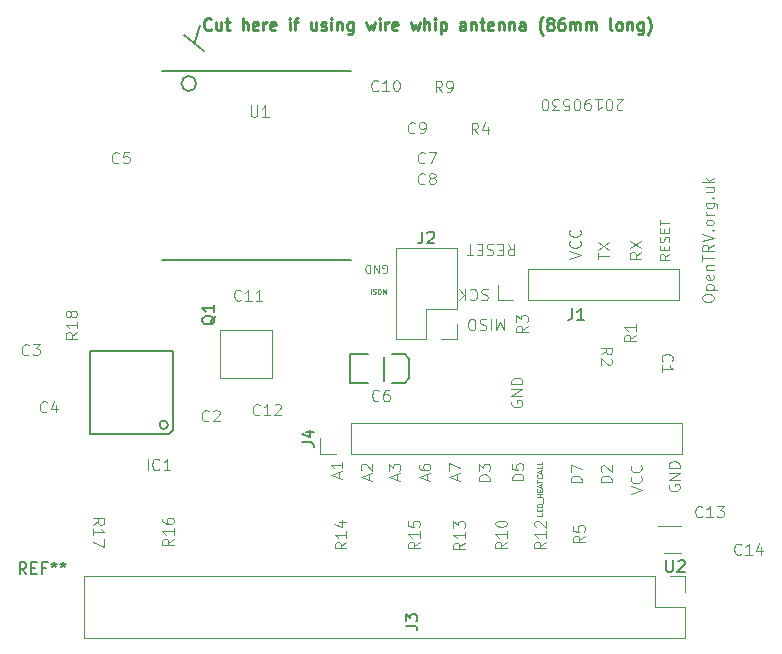
<source format=gbr>
G04 #@! TF.GenerationSoftware,KiCad,Pcbnew,5.0.0*
G04 #@! TF.CreationDate,2019-05-30T17:21:17+01:00*
G04 #@! TF.ProjectId,RRAT,525241542E6B696361645F7063620000,rev?*
G04 #@! TF.SameCoordinates,Original*
G04 #@! TF.FileFunction,Legend,Top*
G04 #@! TF.FilePolarity,Positive*
%FSLAX46Y46*%
G04 Gerber Fmt 4.6, Leading zero omitted, Abs format (unit mm)*
G04 Created by KiCad (PCBNEW 5.0.0) date Thu May 30 17:21:17 2019*
%MOMM*%
%LPD*%
G01*
G04 APERTURE LIST*
%ADD10C,0.080000*%
%ADD11C,0.150000*%
%ADD12C,0.250000*%
%ADD13C,0.120000*%
%ADD14C,0.152400*%
%ADD15C,0.203200*%
%ADD16C,0.127000*%
%ADD17C,0.076000*%
G04 APERTURE END LIST*
D10*
X140655931Y-116690729D02*
X140655931Y-116238348D01*
X140927359Y-116781205D02*
X139977359Y-116464538D01*
X140927359Y-116147872D01*
X140927359Y-115333586D02*
X140927359Y-115876443D01*
X140927359Y-115605014D02*
X139977359Y-115605014D01*
X140113074Y-115695491D01*
X140203550Y-115785967D01*
X140248788Y-115876443D01*
X157908571Y-119681219D02*
X157908571Y-119895505D01*
X157458571Y-119895505D01*
X157672857Y-119531219D02*
X157672857Y-119381219D01*
X157908571Y-119316934D02*
X157908571Y-119531219D01*
X157458571Y-119531219D01*
X157458571Y-119316934D01*
X157908571Y-119124076D02*
X157458571Y-119124076D01*
X157458571Y-119016934D01*
X157480000Y-118952648D01*
X157522857Y-118909791D01*
X157565714Y-118888362D01*
X157651428Y-118866934D01*
X157715714Y-118866934D01*
X157801428Y-118888362D01*
X157844285Y-118909791D01*
X157887142Y-118952648D01*
X157908571Y-119016934D01*
X157908571Y-119124076D01*
X157951428Y-118781219D02*
X157951428Y-118438362D01*
X157908571Y-118331219D02*
X157458571Y-118331219D01*
X157672857Y-118331219D02*
X157672857Y-118074076D01*
X157908571Y-118074076D02*
X157458571Y-118074076D01*
X157672857Y-117859791D02*
X157672857Y-117709791D01*
X157908571Y-117645505D02*
X157908571Y-117859791D01*
X157458571Y-117859791D01*
X157458571Y-117645505D01*
X157780000Y-117474076D02*
X157780000Y-117259791D01*
X157908571Y-117516934D02*
X157458571Y-117366934D01*
X157908571Y-117216934D01*
X157458571Y-117131219D02*
X157458571Y-116874076D01*
X157908571Y-117002648D02*
X157458571Y-117002648D01*
X157865714Y-116466934D02*
X157887142Y-116488362D01*
X157908571Y-116552648D01*
X157908571Y-116595505D01*
X157887142Y-116659791D01*
X157844285Y-116702648D01*
X157801428Y-116724076D01*
X157715714Y-116745505D01*
X157651428Y-116745505D01*
X157565714Y-116724076D01*
X157522857Y-116702648D01*
X157480000Y-116659791D01*
X157458571Y-116595505D01*
X157458571Y-116552648D01*
X157480000Y-116488362D01*
X157501428Y-116466934D01*
X157780000Y-116295505D02*
X157780000Y-116081219D01*
X157908571Y-116338362D02*
X157458571Y-116188362D01*
X157908571Y-116038362D01*
X157908571Y-115674076D02*
X157908571Y-115888362D01*
X157458571Y-115888362D01*
X157908571Y-115309791D02*
X157908571Y-115524076D01*
X157458571Y-115524076D01*
D11*
X128524000Y-79756000D02*
X128948198Y-78334134D01*
X129286000Y-80518000D02*
X127601998Y-79210434D01*
D12*
X129868064Y-78691276D02*
X129820445Y-78738895D01*
X129677588Y-78786514D01*
X129582350Y-78786514D01*
X129439493Y-78738895D01*
X129344255Y-78643657D01*
X129296636Y-78548419D01*
X129249017Y-78357943D01*
X129249017Y-78215086D01*
X129296636Y-78024610D01*
X129344255Y-77929372D01*
X129439493Y-77834134D01*
X129582350Y-77786514D01*
X129677588Y-77786514D01*
X129820445Y-77834134D01*
X129868064Y-77881753D01*
X130725207Y-78119848D02*
X130725207Y-78786514D01*
X130296636Y-78119848D02*
X130296636Y-78643657D01*
X130344255Y-78738895D01*
X130439493Y-78786514D01*
X130582350Y-78786514D01*
X130677588Y-78738895D01*
X130725207Y-78691276D01*
X131058540Y-78119848D02*
X131439493Y-78119848D01*
X131201398Y-77786514D02*
X131201398Y-78643657D01*
X131249017Y-78738895D01*
X131344255Y-78786514D01*
X131439493Y-78786514D01*
X132534731Y-78786514D02*
X132534731Y-77786514D01*
X132963302Y-78786514D02*
X132963302Y-78262705D01*
X132915683Y-78167467D01*
X132820445Y-78119848D01*
X132677588Y-78119848D01*
X132582350Y-78167467D01*
X132534731Y-78215086D01*
X133820445Y-78738895D02*
X133725207Y-78786514D01*
X133534731Y-78786514D01*
X133439493Y-78738895D01*
X133391874Y-78643657D01*
X133391874Y-78262705D01*
X133439493Y-78167467D01*
X133534731Y-78119848D01*
X133725207Y-78119848D01*
X133820445Y-78167467D01*
X133868064Y-78262705D01*
X133868064Y-78357943D01*
X133391874Y-78453181D01*
X134296636Y-78786514D02*
X134296636Y-78119848D01*
X134296636Y-78310324D02*
X134344255Y-78215086D01*
X134391874Y-78167467D01*
X134487112Y-78119848D01*
X134582350Y-78119848D01*
X135296636Y-78738895D02*
X135201398Y-78786514D01*
X135010921Y-78786514D01*
X134915683Y-78738895D01*
X134868064Y-78643657D01*
X134868064Y-78262705D01*
X134915683Y-78167467D01*
X135010921Y-78119848D01*
X135201398Y-78119848D01*
X135296636Y-78167467D01*
X135344255Y-78262705D01*
X135344255Y-78357943D01*
X134868064Y-78453181D01*
X136534731Y-78786514D02*
X136534731Y-78119848D01*
X136534731Y-77786514D02*
X136487112Y-77834134D01*
X136534731Y-77881753D01*
X136582350Y-77834134D01*
X136534731Y-77786514D01*
X136534731Y-77881753D01*
X136868064Y-78119848D02*
X137249017Y-78119848D01*
X137010921Y-78786514D02*
X137010921Y-77929372D01*
X137058540Y-77834134D01*
X137153778Y-77786514D01*
X137249017Y-77786514D01*
X138772826Y-78119848D02*
X138772826Y-78786514D01*
X138344255Y-78119848D02*
X138344255Y-78643657D01*
X138391874Y-78738895D01*
X138487112Y-78786514D01*
X138629969Y-78786514D01*
X138725207Y-78738895D01*
X138772826Y-78691276D01*
X139201398Y-78738895D02*
X139296636Y-78786514D01*
X139487112Y-78786514D01*
X139582350Y-78738895D01*
X139629969Y-78643657D01*
X139629969Y-78596038D01*
X139582350Y-78500800D01*
X139487112Y-78453181D01*
X139344255Y-78453181D01*
X139249017Y-78405562D01*
X139201398Y-78310324D01*
X139201398Y-78262705D01*
X139249017Y-78167467D01*
X139344255Y-78119848D01*
X139487112Y-78119848D01*
X139582350Y-78167467D01*
X140058540Y-78786514D02*
X140058540Y-78119848D01*
X140058540Y-77786514D02*
X140010921Y-77834134D01*
X140058540Y-77881753D01*
X140106159Y-77834134D01*
X140058540Y-77786514D01*
X140058540Y-77881753D01*
X140534731Y-78119848D02*
X140534731Y-78786514D01*
X140534731Y-78215086D02*
X140582350Y-78167467D01*
X140677588Y-78119848D01*
X140820445Y-78119848D01*
X140915683Y-78167467D01*
X140963302Y-78262705D01*
X140963302Y-78786514D01*
X141868064Y-78119848D02*
X141868064Y-78929372D01*
X141820445Y-79024610D01*
X141772826Y-79072229D01*
X141677588Y-79119848D01*
X141534731Y-79119848D01*
X141439493Y-79072229D01*
X141868064Y-78738895D02*
X141772826Y-78786514D01*
X141582350Y-78786514D01*
X141487112Y-78738895D01*
X141439493Y-78691276D01*
X141391874Y-78596038D01*
X141391874Y-78310324D01*
X141439493Y-78215086D01*
X141487112Y-78167467D01*
X141582350Y-78119848D01*
X141772826Y-78119848D01*
X141868064Y-78167467D01*
X143010921Y-78119848D02*
X143201398Y-78786514D01*
X143391874Y-78310324D01*
X143582350Y-78786514D01*
X143772826Y-78119848D01*
X144153778Y-78786514D02*
X144153778Y-78119848D01*
X144153778Y-77786514D02*
X144106159Y-77834134D01*
X144153778Y-77881753D01*
X144201398Y-77834134D01*
X144153778Y-77786514D01*
X144153778Y-77881753D01*
X144629969Y-78786514D02*
X144629969Y-78119848D01*
X144629969Y-78310324D02*
X144677588Y-78215086D01*
X144725207Y-78167467D01*
X144820445Y-78119848D01*
X144915683Y-78119848D01*
X145629969Y-78738895D02*
X145534731Y-78786514D01*
X145344255Y-78786514D01*
X145249017Y-78738895D01*
X145201398Y-78643657D01*
X145201398Y-78262705D01*
X145249017Y-78167467D01*
X145344255Y-78119848D01*
X145534731Y-78119848D01*
X145629969Y-78167467D01*
X145677588Y-78262705D01*
X145677588Y-78357943D01*
X145201398Y-78453181D01*
X146772826Y-78119848D02*
X146963302Y-78786514D01*
X147153778Y-78310324D01*
X147344255Y-78786514D01*
X147534731Y-78119848D01*
X147915683Y-78786514D02*
X147915683Y-77786514D01*
X148344255Y-78786514D02*
X148344255Y-78262705D01*
X148296636Y-78167467D01*
X148201398Y-78119848D01*
X148058540Y-78119848D01*
X147963302Y-78167467D01*
X147915683Y-78215086D01*
X148820445Y-78786514D02*
X148820445Y-78119848D01*
X148820445Y-77786514D02*
X148772826Y-77834134D01*
X148820445Y-77881753D01*
X148868064Y-77834134D01*
X148820445Y-77786514D01*
X148820445Y-77881753D01*
X149296636Y-78119848D02*
X149296636Y-79119848D01*
X149296636Y-78167467D02*
X149391874Y-78119848D01*
X149582350Y-78119848D01*
X149677588Y-78167467D01*
X149725207Y-78215086D01*
X149772826Y-78310324D01*
X149772826Y-78596038D01*
X149725207Y-78691276D01*
X149677588Y-78738895D01*
X149582350Y-78786514D01*
X149391874Y-78786514D01*
X149296636Y-78738895D01*
X151391874Y-78786514D02*
X151391874Y-78262705D01*
X151344255Y-78167467D01*
X151249017Y-78119848D01*
X151058540Y-78119848D01*
X150963302Y-78167467D01*
X151391874Y-78738895D02*
X151296636Y-78786514D01*
X151058540Y-78786514D01*
X150963302Y-78738895D01*
X150915683Y-78643657D01*
X150915683Y-78548419D01*
X150963302Y-78453181D01*
X151058540Y-78405562D01*
X151296636Y-78405562D01*
X151391874Y-78357943D01*
X151868064Y-78119848D02*
X151868064Y-78786514D01*
X151868064Y-78215086D02*
X151915683Y-78167467D01*
X152010921Y-78119848D01*
X152153778Y-78119848D01*
X152249017Y-78167467D01*
X152296636Y-78262705D01*
X152296636Y-78786514D01*
X152629969Y-78119848D02*
X153010921Y-78119848D01*
X152772826Y-77786514D02*
X152772826Y-78643657D01*
X152820445Y-78738895D01*
X152915683Y-78786514D01*
X153010921Y-78786514D01*
X153725207Y-78738895D02*
X153629969Y-78786514D01*
X153439493Y-78786514D01*
X153344255Y-78738895D01*
X153296636Y-78643657D01*
X153296636Y-78262705D01*
X153344255Y-78167467D01*
X153439493Y-78119848D01*
X153629969Y-78119848D01*
X153725207Y-78167467D01*
X153772826Y-78262705D01*
X153772826Y-78357943D01*
X153296636Y-78453181D01*
X154201398Y-78119848D02*
X154201398Y-78786514D01*
X154201398Y-78215086D02*
X154249017Y-78167467D01*
X154344255Y-78119848D01*
X154487112Y-78119848D01*
X154582350Y-78167467D01*
X154629969Y-78262705D01*
X154629969Y-78786514D01*
X155106159Y-78119848D02*
X155106159Y-78786514D01*
X155106159Y-78215086D02*
X155153778Y-78167467D01*
X155249017Y-78119848D01*
X155391874Y-78119848D01*
X155487112Y-78167467D01*
X155534731Y-78262705D01*
X155534731Y-78786514D01*
X156439493Y-78786514D02*
X156439493Y-78262705D01*
X156391874Y-78167467D01*
X156296636Y-78119848D01*
X156106159Y-78119848D01*
X156010921Y-78167467D01*
X156439493Y-78738895D02*
X156344255Y-78786514D01*
X156106159Y-78786514D01*
X156010921Y-78738895D01*
X155963302Y-78643657D01*
X155963302Y-78548419D01*
X156010921Y-78453181D01*
X156106159Y-78405562D01*
X156344255Y-78405562D01*
X156439493Y-78357943D01*
X157963302Y-79167467D02*
X157915683Y-79119848D01*
X157820445Y-78976991D01*
X157772826Y-78881753D01*
X157725207Y-78738895D01*
X157677588Y-78500800D01*
X157677588Y-78310324D01*
X157725207Y-78072229D01*
X157772826Y-77929372D01*
X157820445Y-77834134D01*
X157915683Y-77691276D01*
X157963302Y-77643657D01*
X158487112Y-78215086D02*
X158391874Y-78167467D01*
X158344255Y-78119848D01*
X158296636Y-78024610D01*
X158296636Y-77976991D01*
X158344255Y-77881753D01*
X158391874Y-77834134D01*
X158487112Y-77786514D01*
X158677588Y-77786514D01*
X158772826Y-77834134D01*
X158820445Y-77881753D01*
X158868064Y-77976991D01*
X158868064Y-78024610D01*
X158820445Y-78119848D01*
X158772826Y-78167467D01*
X158677588Y-78215086D01*
X158487112Y-78215086D01*
X158391874Y-78262705D01*
X158344255Y-78310324D01*
X158296636Y-78405562D01*
X158296636Y-78596038D01*
X158344255Y-78691276D01*
X158391874Y-78738895D01*
X158487112Y-78786514D01*
X158677588Y-78786514D01*
X158772826Y-78738895D01*
X158820445Y-78691276D01*
X158868064Y-78596038D01*
X158868064Y-78405562D01*
X158820445Y-78310324D01*
X158772826Y-78262705D01*
X158677588Y-78215086D01*
X159725207Y-77786514D02*
X159534731Y-77786514D01*
X159439493Y-77834134D01*
X159391874Y-77881753D01*
X159296636Y-78024610D01*
X159249017Y-78215086D01*
X159249017Y-78596038D01*
X159296636Y-78691276D01*
X159344255Y-78738895D01*
X159439493Y-78786514D01*
X159629969Y-78786514D01*
X159725207Y-78738895D01*
X159772826Y-78691276D01*
X159820445Y-78596038D01*
X159820445Y-78357943D01*
X159772826Y-78262705D01*
X159725207Y-78215086D01*
X159629969Y-78167467D01*
X159439493Y-78167467D01*
X159344255Y-78215086D01*
X159296636Y-78262705D01*
X159249017Y-78357943D01*
X160249017Y-78786514D02*
X160249017Y-78119848D01*
X160249017Y-78215086D02*
X160296636Y-78167467D01*
X160391874Y-78119848D01*
X160534731Y-78119848D01*
X160629969Y-78167467D01*
X160677588Y-78262705D01*
X160677588Y-78786514D01*
X160677588Y-78262705D02*
X160725207Y-78167467D01*
X160820445Y-78119848D01*
X160963302Y-78119848D01*
X161058540Y-78167467D01*
X161106159Y-78262705D01*
X161106159Y-78786514D01*
X161582350Y-78786514D02*
X161582350Y-78119848D01*
X161582350Y-78215086D02*
X161629969Y-78167467D01*
X161725207Y-78119848D01*
X161868064Y-78119848D01*
X161963302Y-78167467D01*
X162010921Y-78262705D01*
X162010921Y-78786514D01*
X162010921Y-78262705D02*
X162058540Y-78167467D01*
X162153778Y-78119848D01*
X162296636Y-78119848D01*
X162391874Y-78167467D01*
X162439493Y-78262705D01*
X162439493Y-78786514D01*
X163820445Y-78786514D02*
X163725207Y-78738895D01*
X163677588Y-78643657D01*
X163677588Y-77786514D01*
X164344255Y-78786514D02*
X164249017Y-78738895D01*
X164201397Y-78691276D01*
X164153778Y-78596038D01*
X164153778Y-78310324D01*
X164201397Y-78215086D01*
X164249017Y-78167467D01*
X164344255Y-78119848D01*
X164487112Y-78119848D01*
X164582350Y-78167467D01*
X164629969Y-78215086D01*
X164677588Y-78310324D01*
X164677588Y-78596038D01*
X164629969Y-78691276D01*
X164582350Y-78738895D01*
X164487112Y-78786514D01*
X164344255Y-78786514D01*
X165106159Y-78119848D02*
X165106159Y-78786514D01*
X165106159Y-78215086D02*
X165153778Y-78167467D01*
X165249017Y-78119848D01*
X165391874Y-78119848D01*
X165487112Y-78167467D01*
X165534731Y-78262705D01*
X165534731Y-78786514D01*
X166439493Y-78119848D02*
X166439493Y-78929372D01*
X166391874Y-79024610D01*
X166344255Y-79072229D01*
X166249017Y-79119848D01*
X166106159Y-79119848D01*
X166010921Y-79072229D01*
X166439493Y-78738895D02*
X166344255Y-78786514D01*
X166153778Y-78786514D01*
X166058540Y-78738895D01*
X166010921Y-78691276D01*
X165963302Y-78596038D01*
X165963302Y-78310324D01*
X166010921Y-78215086D01*
X166058540Y-78167467D01*
X166153778Y-78119848D01*
X166344255Y-78119848D01*
X166439493Y-78167467D01*
X166820445Y-79167467D02*
X166868064Y-79119848D01*
X166963302Y-78976991D01*
X167010921Y-78881753D01*
X167058540Y-78738895D01*
X167106159Y-78500800D01*
X167106159Y-78310324D01*
X167058540Y-78072229D01*
X167010921Y-77929372D01*
X166963302Y-77834134D01*
X166868064Y-77691276D01*
X166820445Y-77643657D01*
D10*
X144400000Y-99314000D02*
X144466666Y-99347333D01*
X144566666Y-99347333D01*
X144666666Y-99314000D01*
X144733333Y-99247333D01*
X144766666Y-99180666D01*
X144800000Y-99047333D01*
X144800000Y-98947333D01*
X144766666Y-98814000D01*
X144733333Y-98747333D01*
X144666666Y-98680666D01*
X144566666Y-98647333D01*
X144500000Y-98647333D01*
X144400000Y-98680666D01*
X144366666Y-98714000D01*
X144366666Y-98947333D01*
X144500000Y-98947333D01*
X144066666Y-98647333D02*
X144066666Y-99347333D01*
X143666666Y-98647333D01*
X143666666Y-99347333D01*
X143333333Y-98647333D02*
X143333333Y-99347333D01*
X143166666Y-99347333D01*
X143066666Y-99314000D01*
X143000000Y-99247333D01*
X142966666Y-99180666D01*
X142933333Y-99047333D01*
X142933333Y-98947333D01*
X142966666Y-98814000D01*
X143000000Y-98747333D01*
X143066666Y-98680666D01*
X143166666Y-98647333D01*
X143333333Y-98647333D01*
X154964571Y-96885238D02*
X155281238Y-97337619D01*
X155507428Y-96885238D02*
X155507428Y-97835238D01*
X155145523Y-97835238D01*
X155055047Y-97790000D01*
X155009809Y-97744761D01*
X154964571Y-97654285D01*
X154964571Y-97518571D01*
X155009809Y-97428095D01*
X155055047Y-97382857D01*
X155145523Y-97337619D01*
X155507428Y-97337619D01*
X154557428Y-97382857D02*
X154240761Y-97382857D01*
X154105047Y-96885238D02*
X154557428Y-96885238D01*
X154557428Y-97835238D01*
X154105047Y-97835238D01*
X153743142Y-96930476D02*
X153607428Y-96885238D01*
X153381238Y-96885238D01*
X153290761Y-96930476D01*
X153245523Y-96975714D01*
X153200285Y-97066190D01*
X153200285Y-97156666D01*
X153245523Y-97247142D01*
X153290761Y-97292380D01*
X153381238Y-97337619D01*
X153562190Y-97382857D01*
X153652666Y-97428095D01*
X153697904Y-97473333D01*
X153743142Y-97563809D01*
X153743142Y-97654285D01*
X153697904Y-97744761D01*
X153652666Y-97790000D01*
X153562190Y-97835238D01*
X153336000Y-97835238D01*
X153200285Y-97790000D01*
X152793142Y-97382857D02*
X152476476Y-97382857D01*
X152340761Y-96885238D02*
X152793142Y-96885238D01*
X152793142Y-97835238D01*
X152340761Y-97835238D01*
X152069333Y-97835238D02*
X151526476Y-97835238D01*
X151797904Y-96885238D02*
X151797904Y-97835238D01*
X153297809Y-100740476D02*
X153162095Y-100695238D01*
X152935904Y-100695238D01*
X152845428Y-100740476D01*
X152800190Y-100785714D01*
X152754952Y-100876190D01*
X152754952Y-100966666D01*
X152800190Y-101057142D01*
X152845428Y-101102380D01*
X152935904Y-101147619D01*
X153116857Y-101192857D01*
X153207333Y-101238095D01*
X153252571Y-101283333D01*
X153297809Y-101373809D01*
X153297809Y-101464285D01*
X153252571Y-101554761D01*
X153207333Y-101600000D01*
X153116857Y-101645238D01*
X152890666Y-101645238D01*
X152754952Y-101600000D01*
X151804952Y-100785714D02*
X151850190Y-100740476D01*
X151985904Y-100695238D01*
X152076380Y-100695238D01*
X152212095Y-100740476D01*
X152302571Y-100830952D01*
X152347809Y-100921428D01*
X152393047Y-101102380D01*
X152393047Y-101238095D01*
X152347809Y-101419047D01*
X152302571Y-101509523D01*
X152212095Y-101600000D01*
X152076380Y-101645238D01*
X151985904Y-101645238D01*
X151850190Y-101600000D01*
X151804952Y-101554761D01*
X151397809Y-100695238D02*
X151397809Y-101645238D01*
X150854952Y-100695238D02*
X151262095Y-101238095D01*
X150854952Y-101645238D02*
X151397809Y-101102380D01*
X154647904Y-103235238D02*
X154647904Y-104185238D01*
X154331238Y-103506666D01*
X154014571Y-104185238D01*
X154014571Y-103235238D01*
X153562190Y-103235238D02*
X153562190Y-104185238D01*
X153155047Y-103280476D02*
X153019333Y-103235238D01*
X152793142Y-103235238D01*
X152702666Y-103280476D01*
X152657428Y-103325714D01*
X152612190Y-103416190D01*
X152612190Y-103506666D01*
X152657428Y-103597142D01*
X152702666Y-103642380D01*
X152793142Y-103687619D01*
X152974095Y-103732857D01*
X153064571Y-103778095D01*
X153109809Y-103823333D01*
X153155047Y-103913809D01*
X153155047Y-104004285D01*
X153109809Y-104094761D01*
X153064571Y-104140000D01*
X152974095Y-104185238D01*
X152747904Y-104185238D01*
X152612190Y-104140000D01*
X152024095Y-104185238D02*
X151843142Y-104185238D01*
X151752666Y-104140000D01*
X151662190Y-104049523D01*
X151616952Y-103868571D01*
X151616952Y-103551904D01*
X151662190Y-103370952D01*
X151752666Y-103280476D01*
X151843142Y-103235238D01*
X152024095Y-103235238D01*
X152114571Y-103280476D01*
X152205047Y-103370952D01*
X152250285Y-103551904D01*
X152250285Y-103868571D01*
X152205047Y-104049523D01*
X152114571Y-104140000D01*
X152024095Y-104185238D01*
X144660380Y-100711047D02*
X144660380Y-101111047D01*
X144527047Y-100825333D01*
X144393714Y-101111047D01*
X144393714Y-100711047D01*
X144127047Y-101111047D02*
X144050857Y-101111047D01*
X144012761Y-101092000D01*
X143974666Y-101053904D01*
X143955619Y-100977714D01*
X143955619Y-100844380D01*
X143974666Y-100768190D01*
X144012761Y-100730095D01*
X144050857Y-100711047D01*
X144127047Y-100711047D01*
X144165142Y-100730095D01*
X144203238Y-100768190D01*
X144222285Y-100844380D01*
X144222285Y-100977714D01*
X144203238Y-101053904D01*
X144165142Y-101092000D01*
X144127047Y-101111047D01*
X143803238Y-100730095D02*
X143746095Y-100711047D01*
X143650857Y-100711047D01*
X143612761Y-100730095D01*
X143593714Y-100749142D01*
X143574666Y-100787238D01*
X143574666Y-100825333D01*
X143593714Y-100863428D01*
X143612761Y-100882476D01*
X143650857Y-100901523D01*
X143727047Y-100920571D01*
X143765142Y-100939619D01*
X143784190Y-100958666D01*
X143803238Y-100996761D01*
X143803238Y-101034857D01*
X143784190Y-101072952D01*
X143765142Y-101092000D01*
X143727047Y-101111047D01*
X143631809Y-101111047D01*
X143574666Y-101092000D01*
X143403238Y-100711047D02*
X143403238Y-101111047D01*
X143221331Y-116855829D02*
X143221331Y-116403448D01*
X143492759Y-116946305D02*
X142542759Y-116629638D01*
X143492759Y-116312972D01*
X142633236Y-116041543D02*
X142587998Y-115996305D01*
X142542759Y-115905829D01*
X142542759Y-115679638D01*
X142587998Y-115589162D01*
X142633236Y-115543924D01*
X142723712Y-115498686D01*
X142814188Y-115498686D01*
X142949902Y-115543924D01*
X143492759Y-116086781D01*
X143492759Y-115498686D01*
X145608931Y-116855829D02*
X145608931Y-116403448D01*
X145880359Y-116946305D02*
X144930359Y-116629638D01*
X145880359Y-116312972D01*
X144930359Y-116086781D02*
X144930359Y-115498686D01*
X145292264Y-115815353D01*
X145292264Y-115679638D01*
X145337502Y-115589162D01*
X145382740Y-115543924D01*
X145473217Y-115498686D01*
X145699407Y-115498686D01*
X145789883Y-115543924D01*
X145835121Y-115589162D01*
X145880359Y-115679638D01*
X145880359Y-115951067D01*
X145835121Y-116041543D01*
X145789883Y-116086781D01*
X150688931Y-116855829D02*
X150688931Y-116403448D01*
X150960359Y-116946305D02*
X150010359Y-116629638D01*
X150960359Y-116312972D01*
X150010359Y-116086781D02*
X150010359Y-115453448D01*
X150960359Y-115860591D01*
X148136231Y-116855829D02*
X148136231Y-116403448D01*
X148407659Y-116946305D02*
X147457659Y-116629638D01*
X148407659Y-116312972D01*
X147457659Y-115589162D02*
X147457659Y-115770114D01*
X147502898Y-115860591D01*
X147548136Y-115905829D01*
X147683850Y-115996305D01*
X147864802Y-116041543D01*
X148226707Y-116041543D01*
X148317183Y-115996305D01*
X148362421Y-115951067D01*
X148407659Y-115860591D01*
X148407659Y-115679638D01*
X148362421Y-115589162D01*
X148317183Y-115543924D01*
X148226707Y-115498686D01*
X148000517Y-115498686D01*
X147910040Y-115543924D01*
X147864802Y-115589162D01*
X147819564Y-115679638D01*
X147819564Y-115860591D01*
X147864802Y-115951067D01*
X147910040Y-115996305D01*
X148000517Y-116041543D01*
X153474959Y-116946305D02*
X152524959Y-116946305D01*
X152524959Y-116720114D01*
X152570198Y-116584400D01*
X152660674Y-116493924D01*
X152751150Y-116448686D01*
X152932102Y-116403448D01*
X153067817Y-116403448D01*
X153248769Y-116448686D01*
X153339245Y-116493924D01*
X153429721Y-116584400D01*
X153474959Y-116720114D01*
X153474959Y-116946305D01*
X152524959Y-116086781D02*
X152524959Y-115498686D01*
X152886864Y-115815353D01*
X152886864Y-115679638D01*
X152932102Y-115589162D01*
X152977340Y-115543924D01*
X153067817Y-115498686D01*
X153294007Y-115498686D01*
X153384483Y-115543924D01*
X153429721Y-115589162D01*
X153474959Y-115679638D01*
X153474959Y-115951067D01*
X153429721Y-116041543D01*
X153384483Y-116086781D01*
X161260059Y-117060605D02*
X160310059Y-117060605D01*
X160310059Y-116834414D01*
X160355298Y-116698700D01*
X160445774Y-116608224D01*
X160536250Y-116562986D01*
X160717202Y-116517748D01*
X160852917Y-116517748D01*
X161033869Y-116562986D01*
X161124345Y-116608224D01*
X161214821Y-116698700D01*
X161260059Y-116834414D01*
X161260059Y-117060605D01*
X160310059Y-116201081D02*
X160310059Y-115567748D01*
X161260059Y-115974891D01*
X156307059Y-116895505D02*
X155357059Y-116895505D01*
X155357059Y-116669314D01*
X155402298Y-116533600D01*
X155492774Y-116443124D01*
X155583250Y-116397886D01*
X155764202Y-116352648D01*
X155899917Y-116352648D01*
X156080869Y-116397886D01*
X156171345Y-116443124D01*
X156261821Y-116533600D01*
X156307059Y-116669314D01*
X156307059Y-116895505D01*
X155357059Y-115493124D02*
X155357059Y-115945505D01*
X155809440Y-115990743D01*
X155764202Y-115945505D01*
X155718964Y-115855029D01*
X155718964Y-115628838D01*
X155764202Y-115538362D01*
X155809440Y-115493124D01*
X155899917Y-115447886D01*
X156126107Y-115447886D01*
X156216583Y-115493124D01*
X156261821Y-115538362D01*
X156307059Y-115628838D01*
X156307059Y-115855029D01*
X156261821Y-115945505D01*
X156216583Y-115990743D01*
X165390059Y-118055843D02*
X166340059Y-117739176D01*
X165390059Y-117422510D01*
X166249583Y-116562986D02*
X166294821Y-116608224D01*
X166340059Y-116743938D01*
X166340059Y-116834414D01*
X166294821Y-116970129D01*
X166204345Y-117060605D01*
X166113869Y-117105843D01*
X165932917Y-117151081D01*
X165797202Y-117151081D01*
X165616250Y-117105843D01*
X165525774Y-117060605D01*
X165435298Y-116970129D01*
X165390059Y-116834414D01*
X165390059Y-116743938D01*
X165435298Y-116608224D01*
X165480536Y-116562986D01*
X166249583Y-115612986D02*
X166294821Y-115658224D01*
X166340059Y-115793938D01*
X166340059Y-115884414D01*
X166294821Y-116020129D01*
X166204345Y-116110605D01*
X166113869Y-116155843D01*
X165932917Y-116201081D01*
X165797202Y-116201081D01*
X165616250Y-116155843D01*
X165525774Y-116110605D01*
X165435298Y-116020129D01*
X165390059Y-115884414D01*
X165390059Y-115793938D01*
X165435298Y-115658224D01*
X165480536Y-115612986D01*
X163787359Y-117060605D02*
X162837359Y-117060605D01*
X162837359Y-116834414D01*
X162882598Y-116698700D01*
X162973074Y-116608224D01*
X163063550Y-116562986D01*
X163244502Y-116517748D01*
X163380217Y-116517748D01*
X163561169Y-116562986D01*
X163651645Y-116608224D01*
X163742121Y-116698700D01*
X163787359Y-116834414D01*
X163787359Y-117060605D01*
X162927836Y-116155843D02*
X162882598Y-116110605D01*
X162837359Y-116020129D01*
X162837359Y-115793938D01*
X162882598Y-115703462D01*
X162927836Y-115658224D01*
X163018312Y-115612986D01*
X163108788Y-115612986D01*
X163244502Y-115658224D01*
X163787359Y-116201081D01*
X163787359Y-115612986D01*
X168656000Y-117285428D02*
X168610761Y-117375904D01*
X168610761Y-117511619D01*
X168656000Y-117647333D01*
X168746476Y-117737809D01*
X168836952Y-117783047D01*
X169017904Y-117828285D01*
X169153619Y-117828285D01*
X169334571Y-117783047D01*
X169425047Y-117737809D01*
X169515523Y-117647333D01*
X169560761Y-117511619D01*
X169560761Y-117421142D01*
X169515523Y-117285428D01*
X169470285Y-117240190D01*
X169153619Y-117240190D01*
X169153619Y-117421142D01*
X169560761Y-116833047D02*
X168610761Y-116833047D01*
X169560761Y-116290190D01*
X168610761Y-116290190D01*
X169560761Y-115837809D02*
X168610761Y-115837809D01*
X168610761Y-115611619D01*
X168656000Y-115475904D01*
X168746476Y-115385428D01*
X168836952Y-115340190D01*
X169017904Y-115294952D01*
X169153619Y-115294952D01*
X169334571Y-115340190D01*
X169425047Y-115385428D01*
X169515523Y-115475904D01*
X169560761Y-115611619D01*
X169560761Y-115837809D01*
X155300698Y-110186662D02*
X155255459Y-110277138D01*
X155255459Y-110412853D01*
X155300698Y-110548567D01*
X155391174Y-110639043D01*
X155481650Y-110684281D01*
X155662602Y-110729519D01*
X155798317Y-110729519D01*
X155979269Y-110684281D01*
X156069745Y-110639043D01*
X156160221Y-110548567D01*
X156205459Y-110412853D01*
X156205459Y-110322376D01*
X156160221Y-110186662D01*
X156114983Y-110141424D01*
X155798317Y-110141424D01*
X155798317Y-110322376D01*
X156205459Y-109734281D02*
X155255459Y-109734281D01*
X156205459Y-109191424D01*
X155255459Y-109191424D01*
X156205459Y-108739043D02*
X155255459Y-108739043D01*
X155255459Y-108512853D01*
X155300698Y-108377138D01*
X155391174Y-108286662D01*
X155481650Y-108241424D01*
X155662602Y-108196186D01*
X155798317Y-108196186D01*
X155979269Y-108241424D01*
X156069745Y-108286662D01*
X156160221Y-108377138D01*
X156205459Y-108512853D01*
X156205459Y-108739043D01*
X160204761Y-98125809D02*
X161154761Y-97809142D01*
X160204761Y-97492476D01*
X161064285Y-96632952D02*
X161109523Y-96678190D01*
X161154761Y-96813904D01*
X161154761Y-96904380D01*
X161109523Y-97040095D01*
X161019047Y-97130571D01*
X160928571Y-97175809D01*
X160747619Y-97221047D01*
X160611904Y-97221047D01*
X160430952Y-97175809D01*
X160340476Y-97130571D01*
X160250000Y-97040095D01*
X160204761Y-96904380D01*
X160204761Y-96813904D01*
X160250000Y-96678190D01*
X160295238Y-96632952D01*
X161064285Y-95682952D02*
X161109523Y-95728190D01*
X161154761Y-95863904D01*
X161154761Y-95954380D01*
X161109523Y-96090095D01*
X161019047Y-96180571D01*
X160928571Y-96225809D01*
X160747619Y-96271047D01*
X160611904Y-96271047D01*
X160430952Y-96225809D01*
X160340476Y-96180571D01*
X160250000Y-96090095D01*
X160204761Y-95954380D01*
X160204761Y-95863904D01*
X160250000Y-95728190D01*
X160295238Y-95682952D01*
X162629761Y-98165095D02*
X162629761Y-97622238D01*
X163579761Y-97893666D02*
X162629761Y-97893666D01*
X162629761Y-97396047D02*
X163579761Y-96762714D01*
X162629761Y-96762714D02*
X163579761Y-97396047D01*
X166279761Y-97587714D02*
X165827380Y-97904380D01*
X166279761Y-98130571D02*
X165329761Y-98130571D01*
X165329761Y-97768666D01*
X165375000Y-97678190D01*
X165420238Y-97632952D01*
X165510714Y-97587714D01*
X165646428Y-97587714D01*
X165736904Y-97632952D01*
X165782142Y-97678190D01*
X165827380Y-97768666D01*
X165827380Y-98130571D01*
X165329761Y-97271047D02*
X166279761Y-96637714D01*
X165329761Y-96637714D02*
X166279761Y-97271047D01*
X168636904Y-97748428D02*
X168255952Y-98015095D01*
X168636904Y-98205571D02*
X167836904Y-98205571D01*
X167836904Y-97900809D01*
X167875000Y-97824619D01*
X167913095Y-97786523D01*
X167989285Y-97748428D01*
X168103571Y-97748428D01*
X168179761Y-97786523D01*
X168217857Y-97824619D01*
X168255952Y-97900809D01*
X168255952Y-98205571D01*
X168217857Y-97405571D02*
X168217857Y-97138904D01*
X168636904Y-97024619D02*
X168636904Y-97405571D01*
X167836904Y-97405571D01*
X167836904Y-97024619D01*
X168598809Y-96719857D02*
X168636904Y-96605571D01*
X168636904Y-96415095D01*
X168598809Y-96338904D01*
X168560714Y-96300809D01*
X168484523Y-96262714D01*
X168408333Y-96262714D01*
X168332142Y-96300809D01*
X168294047Y-96338904D01*
X168255952Y-96415095D01*
X168217857Y-96567476D01*
X168179761Y-96643666D01*
X168141666Y-96681761D01*
X168065476Y-96719857D01*
X167989285Y-96719857D01*
X167913095Y-96681761D01*
X167875000Y-96643666D01*
X167836904Y-96567476D01*
X167836904Y-96377000D01*
X167875000Y-96262714D01*
X168217857Y-95919857D02*
X168217857Y-95653190D01*
X168636904Y-95538904D02*
X168636904Y-95919857D01*
X167836904Y-95919857D01*
X167836904Y-95538904D01*
X167836904Y-95310333D02*
X167836904Y-94853190D01*
X168636904Y-95081761D02*
X167836904Y-95081761D01*
X164733940Y-85477095D02*
X164688702Y-85522334D01*
X164598226Y-85567572D01*
X164372036Y-85567572D01*
X164281559Y-85522334D01*
X164236321Y-85477095D01*
X164191083Y-85386619D01*
X164191083Y-85296143D01*
X164236321Y-85160429D01*
X164779178Y-84617572D01*
X164191083Y-84617572D01*
X163602988Y-85567572D02*
X163512512Y-85567572D01*
X163422036Y-85522334D01*
X163376798Y-85477095D01*
X163331559Y-85386619D01*
X163286321Y-85205667D01*
X163286321Y-84979476D01*
X163331559Y-84798524D01*
X163376798Y-84708048D01*
X163422036Y-84662810D01*
X163512512Y-84617572D01*
X163602988Y-84617572D01*
X163693464Y-84662810D01*
X163738702Y-84708048D01*
X163783940Y-84798524D01*
X163829178Y-84979476D01*
X163829178Y-85205667D01*
X163783940Y-85386619D01*
X163738702Y-85477095D01*
X163693464Y-85522334D01*
X163602988Y-85567572D01*
X162381559Y-84617572D02*
X162924417Y-84617572D01*
X162652988Y-84617572D02*
X162652988Y-85567572D01*
X162743464Y-85431857D01*
X162833940Y-85341381D01*
X162924417Y-85296143D01*
X161929178Y-84617572D02*
X161748226Y-84617572D01*
X161657750Y-84662810D01*
X161612512Y-84708048D01*
X161522036Y-84843762D01*
X161476798Y-85024714D01*
X161476798Y-85386619D01*
X161522036Y-85477095D01*
X161567274Y-85522334D01*
X161657750Y-85567572D01*
X161838702Y-85567572D01*
X161929178Y-85522334D01*
X161974417Y-85477095D01*
X162019655Y-85386619D01*
X162019655Y-85160429D01*
X161974417Y-85069953D01*
X161929178Y-85024714D01*
X161838702Y-84979476D01*
X161657750Y-84979476D01*
X161567274Y-85024714D01*
X161522036Y-85069953D01*
X161476798Y-85160429D01*
X160888702Y-85567572D02*
X160798226Y-85567572D01*
X160707750Y-85522334D01*
X160662512Y-85477095D01*
X160617274Y-85386619D01*
X160572036Y-85205667D01*
X160572036Y-84979476D01*
X160617274Y-84798524D01*
X160662512Y-84708048D01*
X160707750Y-84662810D01*
X160798226Y-84617572D01*
X160888702Y-84617572D01*
X160979178Y-84662810D01*
X161024417Y-84708048D01*
X161069655Y-84798524D01*
X161114893Y-84979476D01*
X161114893Y-85205667D01*
X161069655Y-85386619D01*
X161024417Y-85477095D01*
X160979178Y-85522334D01*
X160888702Y-85567572D01*
X159712512Y-85567572D02*
X160164893Y-85567572D01*
X160210131Y-85115191D01*
X160164893Y-85160429D01*
X160074417Y-85205667D01*
X159848226Y-85205667D01*
X159757750Y-85160429D01*
X159712512Y-85115191D01*
X159667274Y-85024714D01*
X159667274Y-84798524D01*
X159712512Y-84708048D01*
X159757750Y-84662810D01*
X159848226Y-84617572D01*
X160074417Y-84617572D01*
X160164893Y-84662810D01*
X160210131Y-84708048D01*
X159350607Y-85567572D02*
X158762512Y-85567572D01*
X159079178Y-85205667D01*
X158943464Y-85205667D01*
X158852988Y-85160429D01*
X158807750Y-85115191D01*
X158762512Y-85024714D01*
X158762512Y-84798524D01*
X158807750Y-84708048D01*
X158852988Y-84662810D01*
X158943464Y-84617572D01*
X159214893Y-84617572D01*
X159305369Y-84662810D01*
X159350607Y-84708048D01*
X158174417Y-85567572D02*
X158083940Y-85567572D01*
X157993464Y-85522334D01*
X157948226Y-85477095D01*
X157902988Y-85386619D01*
X157857750Y-85205667D01*
X157857750Y-84979476D01*
X157902988Y-84798524D01*
X157948226Y-84708048D01*
X157993464Y-84662810D01*
X158083940Y-84617572D01*
X158174417Y-84617572D01*
X158264893Y-84662810D01*
X158310131Y-84708048D01*
X158355369Y-84798524D01*
X158400607Y-84979476D01*
X158400607Y-85205667D01*
X158355369Y-85386619D01*
X158310131Y-85477095D01*
X158264893Y-85522334D01*
X158174417Y-85567572D01*
X171457891Y-101561370D02*
X171457891Y-101380417D01*
X171503130Y-101289941D01*
X171593606Y-101199465D01*
X171774558Y-101154227D01*
X172091225Y-101154227D01*
X172272177Y-101199465D01*
X172362653Y-101289941D01*
X172407891Y-101380417D01*
X172407891Y-101561370D01*
X172362653Y-101651846D01*
X172272177Y-101742322D01*
X172091225Y-101787560D01*
X171774558Y-101787560D01*
X171593606Y-101742322D01*
X171503130Y-101651846D01*
X171457891Y-101561370D01*
X171774558Y-100747084D02*
X172724558Y-100747084D01*
X171819796Y-100747084D02*
X171774558Y-100656608D01*
X171774558Y-100475655D01*
X171819796Y-100385179D01*
X171865034Y-100339941D01*
X171955510Y-100294703D01*
X172226939Y-100294703D01*
X172317415Y-100339941D01*
X172362653Y-100385179D01*
X172407891Y-100475655D01*
X172407891Y-100656608D01*
X172362653Y-100747084D01*
X172362653Y-99525655D02*
X172407891Y-99616132D01*
X172407891Y-99797084D01*
X172362653Y-99887560D01*
X172272177Y-99932798D01*
X171910272Y-99932798D01*
X171819796Y-99887560D01*
X171774558Y-99797084D01*
X171774558Y-99616132D01*
X171819796Y-99525655D01*
X171910272Y-99480417D01*
X172000749Y-99480417D01*
X172091225Y-99932798D01*
X171774558Y-99073274D02*
X172407891Y-99073274D01*
X171865034Y-99073274D02*
X171819796Y-99028036D01*
X171774558Y-98937560D01*
X171774558Y-98801846D01*
X171819796Y-98711370D01*
X171910272Y-98666132D01*
X172407891Y-98666132D01*
X171457891Y-98349465D02*
X171457891Y-97806608D01*
X172407891Y-98078036D02*
X171457891Y-98078036D01*
X172407891Y-96947084D02*
X171955510Y-97263751D01*
X172407891Y-97489941D02*
X171457891Y-97489941D01*
X171457891Y-97128036D01*
X171503130Y-97037560D01*
X171548368Y-96992322D01*
X171638844Y-96947084D01*
X171774558Y-96947084D01*
X171865034Y-96992322D01*
X171910272Y-97037560D01*
X171955510Y-97128036D01*
X171955510Y-97489941D01*
X171457891Y-96675655D02*
X172407891Y-96358989D01*
X171457891Y-96042322D01*
X172317415Y-95725655D02*
X172362653Y-95680417D01*
X172407891Y-95725655D01*
X172362653Y-95770893D01*
X172317415Y-95725655D01*
X172407891Y-95725655D01*
X172407891Y-95137560D02*
X172362653Y-95228036D01*
X172317415Y-95273274D01*
X172226939Y-95318513D01*
X171955510Y-95318513D01*
X171865034Y-95273274D01*
X171819796Y-95228036D01*
X171774558Y-95137560D01*
X171774558Y-95001846D01*
X171819796Y-94911370D01*
X171865034Y-94866132D01*
X171955510Y-94820893D01*
X172226939Y-94820893D01*
X172317415Y-94866132D01*
X172362653Y-94911370D01*
X172407891Y-95001846D01*
X172407891Y-95137560D01*
X172407891Y-94413751D02*
X171774558Y-94413751D01*
X171955510Y-94413751D02*
X171865034Y-94368513D01*
X171819796Y-94323274D01*
X171774558Y-94232798D01*
X171774558Y-94142322D01*
X171774558Y-93418513D02*
X172543606Y-93418513D01*
X172634082Y-93463751D01*
X172679320Y-93508989D01*
X172724558Y-93599465D01*
X172724558Y-93735179D01*
X172679320Y-93825655D01*
X172362653Y-93418513D02*
X172407891Y-93508989D01*
X172407891Y-93689941D01*
X172362653Y-93780417D01*
X172317415Y-93825655D01*
X172226939Y-93870893D01*
X171955510Y-93870893D01*
X171865034Y-93825655D01*
X171819796Y-93780417D01*
X171774558Y-93689941D01*
X171774558Y-93508989D01*
X171819796Y-93418513D01*
X172317415Y-92966132D02*
X172362653Y-92920893D01*
X172407891Y-92966132D01*
X172362653Y-93011370D01*
X172317415Y-92966132D01*
X172407891Y-92966132D01*
X171774558Y-92106608D02*
X172407891Y-92106608D01*
X171774558Y-92513751D02*
X172272177Y-92513751D01*
X172362653Y-92468513D01*
X172407891Y-92378036D01*
X172407891Y-92242322D01*
X172362653Y-92151846D01*
X172317415Y-92106608D01*
X172407891Y-91654227D02*
X171457891Y-91654227D01*
X172045987Y-91563751D02*
X172407891Y-91292322D01*
X171774558Y-91292322D02*
X172136463Y-91654227D01*
D13*
G04 #@! TO.C,J3*
X119090000Y-125025000D02*
X119090000Y-130225000D01*
X167410000Y-125025000D02*
X119090000Y-125025000D01*
X170010000Y-130225000D02*
X119090000Y-130225000D01*
X167410000Y-125025000D02*
X167410000Y-127625000D01*
X167410000Y-127625000D02*
X170010000Y-127625000D01*
X170010000Y-127625000D02*
X170010000Y-130225000D01*
X168680000Y-125025000D02*
X170010000Y-125025000D01*
X170010000Y-125025000D02*
X170010000Y-126355000D01*
D14*
G04 #@! TO.C,IC1*
X119609998Y-112961534D02*
X119609998Y-105951534D01*
X119609998Y-105951534D02*
X126619998Y-105951534D01*
X126619998Y-105951534D02*
X126619998Y-112606534D01*
X126264998Y-112961534D02*
X119609998Y-112961534D01*
X126264998Y-112961534D02*
X126619998Y-112606534D01*
X126217398Y-112199734D02*
G75*
G03X126217398Y-112199734I-359200J0D01*
G01*
D15*
G04 #@! TO.C,U1*
X125692398Y-82286434D02*
X141692398Y-82286434D01*
X141692398Y-98286434D02*
X125692398Y-98286434D01*
D16*
X128612398Y-83301434D02*
G75*
G03X128612398Y-83301434I-635000J0D01*
G01*
D13*
G04 #@! TO.C,Q1*
X135059318Y-104150694D02*
X130599318Y-104150694D01*
X130599318Y-104150694D02*
X130599318Y-108214694D01*
X135059318Y-104150694D02*
X135059318Y-108214694D01*
X135059318Y-108214694D02*
X130599318Y-108214694D01*
G04 #@! TO.C,J1*
X169478000Y-101660000D02*
X169478000Y-99000000D01*
X156718000Y-101660000D02*
X169478000Y-101660000D01*
X156718000Y-99000000D02*
X169478000Y-99000000D01*
X156718000Y-101660000D02*
X156718000Y-99000000D01*
X155448000Y-101660000D02*
X154118000Y-101660000D01*
X154118000Y-101660000D02*
X154118000Y-100330000D01*
G04 #@! TO.C,J4*
X169718798Y-114679634D02*
X169718798Y-112019634D01*
X141718798Y-114679634D02*
X169718798Y-114679634D01*
X141718798Y-112019634D02*
X169718798Y-112019634D01*
X141718798Y-114679634D02*
X141718798Y-112019634D01*
X140448798Y-114679634D02*
X139118798Y-114679634D01*
X139118798Y-114679634D02*
X139118798Y-113349634D01*
G04 #@! TO.C,J2*
X150682000Y-97222000D02*
X145482000Y-97222000D01*
X150682000Y-102362000D02*
X150682000Y-97222000D01*
X145482000Y-104962000D02*
X145482000Y-97222000D01*
X150682000Y-102362000D02*
X148082000Y-102362000D01*
X148082000Y-102362000D02*
X148082000Y-104962000D01*
X148082000Y-104962000D02*
X145482000Y-104962000D01*
X150682000Y-103632000D02*
X150682000Y-104962000D01*
X150682000Y-104962000D02*
X149352000Y-104962000D01*
G04 #@! TO.C,U2*
X169610000Y-120760000D02*
X167710000Y-120760000D01*
X168210000Y-123080000D02*
X169610000Y-123080000D01*
D15*
G04 #@! TO.C,C6*
X143142000Y-108642000D02*
X141642000Y-108642000D01*
X141642000Y-108642000D02*
X141642000Y-106242000D01*
X141642000Y-106242000D02*
X143142000Y-106242000D01*
X145142000Y-108642000D02*
X146242000Y-108642000D01*
X146242000Y-108642000D02*
X146642000Y-108242000D01*
X146642000Y-108242000D02*
X146642000Y-106642000D01*
X146642000Y-106642000D02*
X146242000Y-106242000D01*
X146242000Y-106242000D02*
X145142000Y-106242000D01*
D16*
X144523000Y-106426000D02*
X144523000Y-108458000D01*
G04 #@! TO.C,J3*
D11*
X146332380Y-129228333D02*
X147046666Y-129228333D01*
X147189523Y-129275952D01*
X147284761Y-129371190D01*
X147332380Y-129514047D01*
X147332380Y-129609285D01*
X146332380Y-128847380D02*
X146332380Y-128228333D01*
X146713333Y-128561666D01*
X146713333Y-128418809D01*
X146760952Y-128323571D01*
X146808571Y-128275952D01*
X146903809Y-128228333D01*
X147141904Y-128228333D01*
X147237142Y-128275952D01*
X147284761Y-128323571D01*
X147332380Y-128418809D01*
X147332380Y-128704523D01*
X147284761Y-128799761D01*
X147237142Y-128847380D01*
G04 #@! TO.C,IC1*
D17*
X124481590Y-116032761D02*
X124481590Y-115082761D01*
X125476828Y-115942285D02*
X125431590Y-115987523D01*
X125295876Y-116032761D01*
X125205400Y-116032761D01*
X125069685Y-115987523D01*
X124979209Y-115897047D01*
X124933971Y-115806571D01*
X124888733Y-115625619D01*
X124888733Y-115489904D01*
X124933971Y-115308952D01*
X124979209Y-115218476D01*
X125069685Y-115128000D01*
X125205400Y-115082761D01*
X125295876Y-115082761D01*
X125431590Y-115128000D01*
X125476828Y-115173238D01*
X126381590Y-116032761D02*
X125838733Y-116032761D01*
X126110161Y-116032761D02*
X126110161Y-115082761D01*
X126019685Y-115218476D01*
X125929209Y-115308952D01*
X125838733Y-115354190D01*
G04 #@! TO.C,U1*
X133239188Y-85161195D02*
X133239188Y-85930243D01*
X133284426Y-86020719D01*
X133329664Y-86065957D01*
X133420140Y-86111195D01*
X133601093Y-86111195D01*
X133691569Y-86065957D01*
X133736807Y-86020719D01*
X133782045Y-85930243D01*
X133782045Y-85161195D01*
X134732045Y-86111195D02*
X134189188Y-86111195D01*
X134460617Y-86111195D02*
X134460617Y-85161195D01*
X134370140Y-85296910D01*
X134279664Y-85387386D01*
X134189188Y-85432624D01*
G04 #@! TO.C,C4*
X115958885Y-111050285D02*
X115913647Y-111095523D01*
X115777933Y-111140761D01*
X115687457Y-111140761D01*
X115551742Y-111095523D01*
X115461266Y-111005047D01*
X115416028Y-110914571D01*
X115370790Y-110733619D01*
X115370790Y-110597904D01*
X115416028Y-110416952D01*
X115461266Y-110326476D01*
X115551742Y-110236000D01*
X115687457Y-110190761D01*
X115777933Y-110190761D01*
X115913647Y-110236000D01*
X115958885Y-110281238D01*
X116773171Y-110507428D02*
X116773171Y-111140761D01*
X116546980Y-110145523D02*
X116320790Y-110824095D01*
X116908885Y-110824095D01*
G04 #@! TO.C,C2*
X129674885Y-111812285D02*
X129629647Y-111857523D01*
X129493933Y-111902761D01*
X129403457Y-111902761D01*
X129267742Y-111857523D01*
X129177266Y-111767047D01*
X129132028Y-111676571D01*
X129086790Y-111495619D01*
X129086790Y-111359904D01*
X129132028Y-111178952D01*
X129177266Y-111088476D01*
X129267742Y-110998000D01*
X129403457Y-110952761D01*
X129493933Y-110952761D01*
X129629647Y-110998000D01*
X129674885Y-111043238D01*
X130036790Y-111043238D02*
X130082028Y-110998000D01*
X130172504Y-110952761D01*
X130398695Y-110952761D01*
X130489171Y-110998000D01*
X130534409Y-111043238D01*
X130579647Y-111133714D01*
X130579647Y-111224190D01*
X130534409Y-111359904D01*
X129991552Y-111902761D01*
X130579647Y-111902761D01*
G04 #@! TO.C,C3*
X114434885Y-106224285D02*
X114389647Y-106269523D01*
X114253933Y-106314761D01*
X114163457Y-106314761D01*
X114027742Y-106269523D01*
X113937266Y-106179047D01*
X113892028Y-106088571D01*
X113846790Y-105907619D01*
X113846790Y-105771904D01*
X113892028Y-105590952D01*
X113937266Y-105500476D01*
X114027742Y-105410000D01*
X114163457Y-105364761D01*
X114253933Y-105364761D01*
X114389647Y-105410000D01*
X114434885Y-105455238D01*
X114751552Y-105364761D02*
X115339647Y-105364761D01*
X115022980Y-105726666D01*
X115158695Y-105726666D01*
X115249171Y-105771904D01*
X115294409Y-105817142D01*
X115339647Y-105907619D01*
X115339647Y-106133809D01*
X115294409Y-106224285D01*
X115249171Y-106269523D01*
X115158695Y-106314761D01*
X114887266Y-106314761D01*
X114796790Y-106269523D01*
X114751552Y-106224285D01*
G04 #@! TO.C,C5*
X122054885Y-89968285D02*
X122009647Y-90013523D01*
X121873933Y-90058761D01*
X121783457Y-90058761D01*
X121647742Y-90013523D01*
X121557266Y-89923047D01*
X121512028Y-89832571D01*
X121466790Y-89651619D01*
X121466790Y-89515904D01*
X121512028Y-89334952D01*
X121557266Y-89244476D01*
X121647742Y-89154000D01*
X121783457Y-89108761D01*
X121873933Y-89108761D01*
X122009647Y-89154000D01*
X122054885Y-89199238D01*
X122914409Y-89108761D02*
X122462028Y-89108761D01*
X122416790Y-89561142D01*
X122462028Y-89515904D01*
X122552504Y-89470666D01*
X122778695Y-89470666D01*
X122869171Y-89515904D01*
X122914409Y-89561142D01*
X122959647Y-89651619D01*
X122959647Y-89877809D01*
X122914409Y-89968285D01*
X122869171Y-90013523D01*
X122778695Y-90058761D01*
X122552504Y-90058761D01*
X122462028Y-90013523D01*
X122416790Y-89968285D01*
G04 #@! TO.C,Q1*
D11*
X130214619Y-102965238D02*
X130167000Y-103060476D01*
X130071761Y-103155714D01*
X129928904Y-103298571D01*
X129881285Y-103393809D01*
X129881285Y-103489047D01*
X130119380Y-103441428D02*
X130071761Y-103536666D01*
X129976523Y-103631904D01*
X129786047Y-103679523D01*
X129452714Y-103679523D01*
X129262238Y-103631904D01*
X129167000Y-103536666D01*
X129119380Y-103441428D01*
X129119380Y-103250952D01*
X129167000Y-103155714D01*
X129262238Y-103060476D01*
X129452714Y-103012857D01*
X129786047Y-103012857D01*
X129976523Y-103060476D01*
X130071761Y-103155714D01*
X130119380Y-103250952D01*
X130119380Y-103441428D01*
X130119380Y-102060476D02*
X130119380Y-102631904D01*
X130119380Y-102346190D02*
X129119380Y-102346190D01*
X129262238Y-102441428D01*
X129357476Y-102536666D01*
X129405095Y-102631904D01*
G04 #@! TO.C,J1*
X160448666Y-102322380D02*
X160448666Y-103036666D01*
X160401047Y-103179523D01*
X160305809Y-103274761D01*
X160162952Y-103322380D01*
X160067714Y-103322380D01*
X161448666Y-103322380D02*
X160877238Y-103322380D01*
X161162952Y-103322380D02*
X161162952Y-102322380D01*
X161067714Y-102465238D01*
X160972476Y-102560476D01*
X160877238Y-102608095D01*
G04 #@! TO.C,J4*
X137571178Y-113682967D02*
X138285464Y-113682967D01*
X138428321Y-113730586D01*
X138523559Y-113825824D01*
X138571178Y-113968681D01*
X138571178Y-114063919D01*
X137904512Y-112778205D02*
X138571178Y-112778205D01*
X137523559Y-113016300D02*
X138237845Y-113254395D01*
X138237845Y-112635348D01*
G04 #@! TO.C,J2*
X147748666Y-95845380D02*
X147748666Y-96559666D01*
X147701047Y-96702523D01*
X147605809Y-96797761D01*
X147462952Y-96845380D01*
X147367714Y-96845380D01*
X148177238Y-95940619D02*
X148224857Y-95893000D01*
X148320095Y-95845380D01*
X148558190Y-95845380D01*
X148653428Y-95893000D01*
X148701047Y-95940619D01*
X148748666Y-96035857D01*
X148748666Y-96131095D01*
X148701047Y-96273952D01*
X148129619Y-96845380D01*
X148748666Y-96845380D01*
G04 #@! TO.C,R4*
D17*
X152456447Y-87584761D02*
X152139780Y-87132380D01*
X151913590Y-87584761D02*
X151913590Y-86634761D01*
X152275495Y-86634761D01*
X152365971Y-86680000D01*
X152411209Y-86725238D01*
X152456447Y-86815714D01*
X152456447Y-86951428D01*
X152411209Y-87041904D01*
X152365971Y-87087142D01*
X152275495Y-87132380D01*
X151913590Y-87132380D01*
X153270733Y-86951428D02*
X153270733Y-87584761D01*
X153044542Y-86589523D02*
X152818352Y-87268095D01*
X153406447Y-87268095D01*
G04 #@! TO.C,R5*
X161498761Y-121609552D02*
X161046380Y-121926219D01*
X161498761Y-122152409D02*
X160548761Y-122152409D01*
X160548761Y-121790504D01*
X160594000Y-121700028D01*
X160639238Y-121654790D01*
X160729714Y-121609552D01*
X160865428Y-121609552D01*
X160955904Y-121654790D01*
X161001142Y-121700028D01*
X161046380Y-121790504D01*
X161046380Y-122152409D01*
X160548761Y-120750028D02*
X160548761Y-121202409D01*
X161001142Y-121247647D01*
X160955904Y-121202409D01*
X160910666Y-121111933D01*
X160910666Y-120885742D01*
X160955904Y-120795266D01*
X161001142Y-120750028D01*
X161091619Y-120704790D01*
X161317809Y-120704790D01*
X161408285Y-120750028D01*
X161453523Y-120795266D01*
X161498761Y-120885742D01*
X161498761Y-121111933D01*
X161453523Y-121202409D01*
X161408285Y-121247647D01*
G04 #@! TO.C,U2*
D11*
X168402095Y-123658380D02*
X168402095Y-124467904D01*
X168449714Y-124563142D01*
X168497333Y-124610761D01*
X168592571Y-124658380D01*
X168783047Y-124658380D01*
X168878285Y-124610761D01*
X168925904Y-124563142D01*
X168973523Y-124467904D01*
X168973523Y-123658380D01*
X169402095Y-123753619D02*
X169449714Y-123706000D01*
X169544952Y-123658380D01*
X169783047Y-123658380D01*
X169878285Y-123706000D01*
X169925904Y-123753619D01*
X169973523Y-123848857D01*
X169973523Y-123944095D01*
X169925904Y-124086952D01*
X169354476Y-124658380D01*
X169973523Y-124658380D01*
G04 #@! TO.C,R15*
D17*
X147528761Y-122117552D02*
X147076380Y-122434219D01*
X147528761Y-122660409D02*
X146578761Y-122660409D01*
X146578761Y-122298504D01*
X146624000Y-122208028D01*
X146669238Y-122162790D01*
X146759714Y-122117552D01*
X146895428Y-122117552D01*
X146985904Y-122162790D01*
X147031142Y-122208028D01*
X147076380Y-122298504D01*
X147076380Y-122660409D01*
X147528761Y-121212790D02*
X147528761Y-121755647D01*
X147528761Y-121484219D02*
X146578761Y-121484219D01*
X146714476Y-121574695D01*
X146804952Y-121665171D01*
X146850190Y-121755647D01*
X146578761Y-120353266D02*
X146578761Y-120805647D01*
X147031142Y-120850885D01*
X146985904Y-120805647D01*
X146940666Y-120715171D01*
X146940666Y-120488980D01*
X146985904Y-120398504D01*
X147031142Y-120353266D01*
X147121619Y-120308028D01*
X147347809Y-120308028D01*
X147438285Y-120353266D01*
X147483523Y-120398504D01*
X147528761Y-120488980D01*
X147528761Y-120715171D01*
X147483523Y-120805647D01*
X147438285Y-120850885D01*
G04 #@! TO.C,C6*
X144074447Y-110100285D02*
X144029209Y-110145523D01*
X143893495Y-110190761D01*
X143803019Y-110190761D01*
X143667304Y-110145523D01*
X143576828Y-110055047D01*
X143531590Y-109964571D01*
X143486352Y-109783619D01*
X143486352Y-109647904D01*
X143531590Y-109466952D01*
X143576828Y-109376476D01*
X143667304Y-109286000D01*
X143803019Y-109240761D01*
X143893495Y-109240761D01*
X144029209Y-109286000D01*
X144074447Y-109331238D01*
X144888733Y-109240761D02*
X144707780Y-109240761D01*
X144617304Y-109286000D01*
X144572066Y-109331238D01*
X144481590Y-109466952D01*
X144436352Y-109647904D01*
X144436352Y-110009809D01*
X144481590Y-110100285D01*
X144526828Y-110145523D01*
X144617304Y-110190761D01*
X144798257Y-110190761D01*
X144888733Y-110145523D01*
X144933971Y-110100285D01*
X144979209Y-110009809D01*
X144979209Y-109783619D01*
X144933971Y-109693142D01*
X144888733Y-109647904D01*
X144798257Y-109602666D01*
X144617304Y-109602666D01*
X144526828Y-109647904D01*
X144481590Y-109693142D01*
X144436352Y-109783619D01*
G04 #@! TO.C,C1*
X168095714Y-106814885D02*
X168050476Y-106769647D01*
X168005238Y-106633933D01*
X168005238Y-106543457D01*
X168050476Y-106407742D01*
X168140952Y-106317266D01*
X168231428Y-106272028D01*
X168412380Y-106226790D01*
X168548095Y-106226790D01*
X168729047Y-106272028D01*
X168819523Y-106317266D01*
X168910000Y-106407742D01*
X168955238Y-106543457D01*
X168955238Y-106633933D01*
X168910000Y-106769647D01*
X168864761Y-106814885D01*
X168005238Y-107719647D02*
X168005238Y-107176790D01*
X168005238Y-107448219D02*
X168955238Y-107448219D01*
X168819523Y-107357742D01*
X168729047Y-107267266D01*
X168683809Y-107176790D01*
G04 #@! TO.C,C7*
X147962885Y-89968285D02*
X147917647Y-90013523D01*
X147781933Y-90058761D01*
X147691457Y-90058761D01*
X147555742Y-90013523D01*
X147465266Y-89923047D01*
X147420028Y-89832571D01*
X147374790Y-89651619D01*
X147374790Y-89515904D01*
X147420028Y-89334952D01*
X147465266Y-89244476D01*
X147555742Y-89154000D01*
X147691457Y-89108761D01*
X147781933Y-89108761D01*
X147917647Y-89154000D01*
X147962885Y-89199238D01*
X148279552Y-89108761D02*
X148912885Y-89108761D01*
X148505742Y-90058761D01*
G04 #@! TO.C,C8*
X147962885Y-91746285D02*
X147917647Y-91791523D01*
X147781933Y-91836761D01*
X147691457Y-91836761D01*
X147555742Y-91791523D01*
X147465266Y-91701047D01*
X147420028Y-91610571D01*
X147374790Y-91429619D01*
X147374790Y-91293904D01*
X147420028Y-91112952D01*
X147465266Y-91022476D01*
X147555742Y-90932000D01*
X147691457Y-90886761D01*
X147781933Y-90886761D01*
X147917647Y-90932000D01*
X147962885Y-90977238D01*
X148505742Y-91293904D02*
X148415266Y-91248666D01*
X148370028Y-91203428D01*
X148324790Y-91112952D01*
X148324790Y-91067714D01*
X148370028Y-90977238D01*
X148415266Y-90932000D01*
X148505742Y-90886761D01*
X148686695Y-90886761D01*
X148777171Y-90932000D01*
X148822409Y-90977238D01*
X148867647Y-91067714D01*
X148867647Y-91112952D01*
X148822409Y-91203428D01*
X148777171Y-91248666D01*
X148686695Y-91293904D01*
X148505742Y-91293904D01*
X148415266Y-91339142D01*
X148370028Y-91384380D01*
X148324790Y-91474857D01*
X148324790Y-91655809D01*
X148370028Y-91746285D01*
X148415266Y-91791523D01*
X148505742Y-91836761D01*
X148686695Y-91836761D01*
X148777171Y-91791523D01*
X148822409Y-91746285D01*
X148867647Y-91655809D01*
X148867647Y-91474857D01*
X148822409Y-91384380D01*
X148777171Y-91339142D01*
X148686695Y-91293904D01*
G04 #@! TO.C,C9*
X147120487Y-87427751D02*
X147075249Y-87472989D01*
X146939535Y-87518227D01*
X146849059Y-87518227D01*
X146713344Y-87472989D01*
X146622868Y-87382513D01*
X146577630Y-87292037D01*
X146532392Y-87111085D01*
X146532392Y-86975370D01*
X146577630Y-86794418D01*
X146622868Y-86703942D01*
X146713344Y-86613466D01*
X146849059Y-86568227D01*
X146939535Y-86568227D01*
X147075249Y-86613466D01*
X147120487Y-86658704D01*
X147572868Y-87518227D02*
X147753821Y-87518227D01*
X147844297Y-87472989D01*
X147889535Y-87427751D01*
X147980011Y-87292037D01*
X148025249Y-87111085D01*
X148025249Y-86749180D01*
X147980011Y-86658704D01*
X147934773Y-86613466D01*
X147844297Y-86568227D01*
X147663344Y-86568227D01*
X147572868Y-86613466D01*
X147527630Y-86658704D01*
X147482392Y-86749180D01*
X147482392Y-86975370D01*
X147527630Y-87065846D01*
X147572868Y-87111085D01*
X147663344Y-87156323D01*
X147844297Y-87156323D01*
X147934773Y-87111085D01*
X147980011Y-87065846D01*
X148025249Y-86975370D01*
G04 #@! TO.C,C10*
X144010123Y-83872285D02*
X143964885Y-83917523D01*
X143829171Y-83962761D01*
X143738695Y-83962761D01*
X143602980Y-83917523D01*
X143512504Y-83827047D01*
X143467266Y-83736571D01*
X143422028Y-83555619D01*
X143422028Y-83419904D01*
X143467266Y-83238952D01*
X143512504Y-83148476D01*
X143602980Y-83058000D01*
X143738695Y-83012761D01*
X143829171Y-83012761D01*
X143964885Y-83058000D01*
X144010123Y-83103238D01*
X144914885Y-83962761D02*
X144372028Y-83962761D01*
X144643457Y-83962761D02*
X144643457Y-83012761D01*
X144552980Y-83148476D01*
X144462504Y-83238952D01*
X144372028Y-83284190D01*
X145502980Y-83012761D02*
X145593457Y-83012761D01*
X145683933Y-83058000D01*
X145729171Y-83103238D01*
X145774409Y-83193714D01*
X145819647Y-83374666D01*
X145819647Y-83600857D01*
X145774409Y-83781809D01*
X145729171Y-83872285D01*
X145683933Y-83917523D01*
X145593457Y-83962761D01*
X145502980Y-83962761D01*
X145412504Y-83917523D01*
X145367266Y-83872285D01*
X145322028Y-83781809D01*
X145276790Y-83600857D01*
X145276790Y-83374666D01*
X145322028Y-83193714D01*
X145367266Y-83103238D01*
X145412504Y-83058000D01*
X145502980Y-83012761D01*
G04 #@! TO.C,R1*
X165816761Y-104591552D02*
X165364380Y-104908219D01*
X165816761Y-105134409D02*
X164866761Y-105134409D01*
X164866761Y-104772504D01*
X164912000Y-104682028D01*
X164957238Y-104636790D01*
X165047714Y-104591552D01*
X165183428Y-104591552D01*
X165273904Y-104636790D01*
X165319142Y-104682028D01*
X165364380Y-104772504D01*
X165364380Y-105134409D01*
X165816761Y-103686790D02*
X165816761Y-104229647D01*
X165816761Y-103958219D02*
X164866761Y-103958219D01*
X165002476Y-104048695D01*
X165092952Y-104139171D01*
X165138190Y-104229647D01*
G04 #@! TO.C,R2*
X162859238Y-106228447D02*
X163311619Y-105911780D01*
X162859238Y-105685590D02*
X163809238Y-105685590D01*
X163809238Y-106047495D01*
X163764000Y-106137971D01*
X163718761Y-106183209D01*
X163628285Y-106228447D01*
X163492571Y-106228447D01*
X163402095Y-106183209D01*
X163356857Y-106137971D01*
X163311619Y-106047495D01*
X163311619Y-105685590D01*
X163718761Y-106590352D02*
X163764000Y-106635590D01*
X163809238Y-106726066D01*
X163809238Y-106952257D01*
X163764000Y-107042733D01*
X163718761Y-107087971D01*
X163628285Y-107133209D01*
X163537809Y-107133209D01*
X163402095Y-107087971D01*
X162859238Y-106545114D01*
X162859238Y-107133209D01*
G04 #@! TO.C,C11*
X132398125Y-101606031D02*
X132352887Y-101651269D01*
X132217173Y-101696507D01*
X132126697Y-101696507D01*
X131990982Y-101651269D01*
X131900506Y-101560793D01*
X131855268Y-101470317D01*
X131810030Y-101289365D01*
X131810030Y-101153650D01*
X131855268Y-100972698D01*
X131900506Y-100882222D01*
X131990982Y-100791746D01*
X132126697Y-100746507D01*
X132217173Y-100746507D01*
X132352887Y-100791746D01*
X132398125Y-100836984D01*
X133302887Y-101696507D02*
X132760030Y-101696507D01*
X133031459Y-101696507D02*
X133031459Y-100746507D01*
X132940982Y-100882222D01*
X132850506Y-100972698D01*
X132760030Y-101017936D01*
X134207649Y-101696507D02*
X133664792Y-101696507D01*
X133936221Y-101696507D02*
X133936221Y-100746507D01*
X133845744Y-100882222D01*
X133755268Y-100972698D01*
X133664792Y-101017936D01*
G04 #@! TO.C,C12*
X133977123Y-111304285D02*
X133931885Y-111349523D01*
X133796171Y-111394761D01*
X133705695Y-111394761D01*
X133569980Y-111349523D01*
X133479504Y-111259047D01*
X133434266Y-111168571D01*
X133389028Y-110987619D01*
X133389028Y-110851904D01*
X133434266Y-110670952D01*
X133479504Y-110580476D01*
X133569980Y-110490000D01*
X133705695Y-110444761D01*
X133796171Y-110444761D01*
X133931885Y-110490000D01*
X133977123Y-110535238D01*
X134881885Y-111394761D02*
X134339028Y-111394761D01*
X134610457Y-111394761D02*
X134610457Y-110444761D01*
X134519980Y-110580476D01*
X134429504Y-110670952D01*
X134339028Y-110716190D01*
X135243790Y-110535238D02*
X135289028Y-110490000D01*
X135379504Y-110444761D01*
X135605695Y-110444761D01*
X135696171Y-110490000D01*
X135741409Y-110535238D01*
X135786647Y-110625714D01*
X135786647Y-110716190D01*
X135741409Y-110851904D01*
X135198552Y-111394761D01*
X135786647Y-111394761D01*
G04 #@! TO.C,R9*
X149408447Y-84028761D02*
X149091780Y-83576380D01*
X148865590Y-84028761D02*
X148865590Y-83078761D01*
X149227495Y-83078761D01*
X149317971Y-83124000D01*
X149363209Y-83169238D01*
X149408447Y-83259714D01*
X149408447Y-83395428D01*
X149363209Y-83485904D01*
X149317971Y-83531142D01*
X149227495Y-83576380D01*
X148865590Y-83576380D01*
X149860828Y-84028761D02*
X150041780Y-84028761D01*
X150132257Y-83983523D01*
X150177495Y-83938285D01*
X150267971Y-83802571D01*
X150313209Y-83621619D01*
X150313209Y-83259714D01*
X150267971Y-83169238D01*
X150222733Y-83124000D01*
X150132257Y-83078761D01*
X149951304Y-83078761D01*
X149860828Y-83124000D01*
X149815590Y-83169238D01*
X149770352Y-83259714D01*
X149770352Y-83485904D01*
X149815590Y-83576380D01*
X149860828Y-83621619D01*
X149951304Y-83666857D01*
X150132257Y-83666857D01*
X150222733Y-83621619D01*
X150267971Y-83576380D01*
X150313209Y-83485904D01*
G04 #@! TO.C,R10*
X154894761Y-122117552D02*
X154442380Y-122434219D01*
X154894761Y-122660409D02*
X153944761Y-122660409D01*
X153944761Y-122298504D01*
X153990000Y-122208028D01*
X154035238Y-122162790D01*
X154125714Y-122117552D01*
X154261428Y-122117552D01*
X154351904Y-122162790D01*
X154397142Y-122208028D01*
X154442380Y-122298504D01*
X154442380Y-122660409D01*
X154894761Y-121212790D02*
X154894761Y-121755647D01*
X154894761Y-121484219D02*
X153944761Y-121484219D01*
X154080476Y-121574695D01*
X154170952Y-121665171D01*
X154216190Y-121755647D01*
X153944761Y-120624695D02*
X153944761Y-120534219D01*
X153990000Y-120443742D01*
X154035238Y-120398504D01*
X154125714Y-120353266D01*
X154306666Y-120308028D01*
X154532857Y-120308028D01*
X154713809Y-120353266D01*
X154804285Y-120398504D01*
X154849523Y-120443742D01*
X154894761Y-120534219D01*
X154894761Y-120624695D01*
X154849523Y-120715171D01*
X154804285Y-120760409D01*
X154713809Y-120805647D01*
X154532857Y-120850885D01*
X154306666Y-120850885D01*
X154125714Y-120805647D01*
X154035238Y-120760409D01*
X153990000Y-120715171D01*
X153944761Y-120624695D01*
G04 #@! TO.C,R12*
X158196761Y-122117552D02*
X157744380Y-122434219D01*
X158196761Y-122660409D02*
X157246761Y-122660409D01*
X157246761Y-122298504D01*
X157292000Y-122208028D01*
X157337238Y-122162790D01*
X157427714Y-122117552D01*
X157563428Y-122117552D01*
X157653904Y-122162790D01*
X157699142Y-122208028D01*
X157744380Y-122298504D01*
X157744380Y-122660409D01*
X158196761Y-121212790D02*
X158196761Y-121755647D01*
X158196761Y-121484219D02*
X157246761Y-121484219D01*
X157382476Y-121574695D01*
X157472952Y-121665171D01*
X157518190Y-121755647D01*
X157337238Y-120850885D02*
X157292000Y-120805647D01*
X157246761Y-120715171D01*
X157246761Y-120488980D01*
X157292000Y-120398504D01*
X157337238Y-120353266D01*
X157427714Y-120308028D01*
X157518190Y-120308028D01*
X157653904Y-120353266D01*
X158196761Y-120896123D01*
X158196761Y-120308028D01*
G04 #@! TO.C,R13*
X151338761Y-122181876D02*
X150886380Y-122498542D01*
X151338761Y-122724733D02*
X150388761Y-122724733D01*
X150388761Y-122362828D01*
X150434000Y-122272352D01*
X150479238Y-122227114D01*
X150569714Y-122181876D01*
X150705428Y-122181876D01*
X150795904Y-122227114D01*
X150841142Y-122272352D01*
X150886380Y-122362828D01*
X150886380Y-122724733D01*
X151338761Y-121277114D02*
X151338761Y-121819971D01*
X151338761Y-121548542D02*
X150388761Y-121548542D01*
X150524476Y-121639019D01*
X150614952Y-121729495D01*
X150660190Y-121819971D01*
X150388761Y-120960447D02*
X150388761Y-120372352D01*
X150750666Y-120689019D01*
X150750666Y-120553304D01*
X150795904Y-120462828D01*
X150841142Y-120417590D01*
X150931619Y-120372352D01*
X151157809Y-120372352D01*
X151248285Y-120417590D01*
X151293523Y-120462828D01*
X151338761Y-120553304D01*
X151338761Y-120824733D01*
X151293523Y-120915209D01*
X151248285Y-120960447D01*
G04 #@! TO.C,R14*
X141305761Y-122129352D02*
X140853380Y-122446019D01*
X141305761Y-122672209D02*
X140355761Y-122672209D01*
X140355761Y-122310304D01*
X140401000Y-122219828D01*
X140446238Y-122174590D01*
X140536714Y-122129352D01*
X140672428Y-122129352D01*
X140762904Y-122174590D01*
X140808142Y-122219828D01*
X140853380Y-122310304D01*
X140853380Y-122672209D01*
X141305761Y-121224590D02*
X141305761Y-121767447D01*
X141305761Y-121496019D02*
X140355761Y-121496019D01*
X140491476Y-121586495D01*
X140581952Y-121676971D01*
X140627190Y-121767447D01*
X140672428Y-120410304D02*
X141305761Y-120410304D01*
X140310523Y-120636495D02*
X140989095Y-120862685D01*
X140989095Y-120274590D01*
G04 #@! TO.C,R16*
X126700761Y-121863552D02*
X126248380Y-122180219D01*
X126700761Y-122406409D02*
X125750761Y-122406409D01*
X125750761Y-122044504D01*
X125796000Y-121954028D01*
X125841238Y-121908790D01*
X125931714Y-121863552D01*
X126067428Y-121863552D01*
X126157904Y-121908790D01*
X126203142Y-121954028D01*
X126248380Y-122044504D01*
X126248380Y-122406409D01*
X126700761Y-120958790D02*
X126700761Y-121501647D01*
X126700761Y-121230219D02*
X125750761Y-121230219D01*
X125886476Y-121320695D01*
X125976952Y-121411171D01*
X126022190Y-121501647D01*
X125750761Y-120144504D02*
X125750761Y-120325457D01*
X125796000Y-120415933D01*
X125841238Y-120461171D01*
X125976952Y-120551647D01*
X126157904Y-120596885D01*
X126519809Y-120596885D01*
X126610285Y-120551647D01*
X126655523Y-120506409D01*
X126700761Y-120415933D01*
X126700761Y-120234980D01*
X126655523Y-120144504D01*
X126610285Y-120099266D01*
X126519809Y-120054028D01*
X126293619Y-120054028D01*
X126203142Y-120099266D01*
X126157904Y-120144504D01*
X126112666Y-120234980D01*
X126112666Y-120415933D01*
X126157904Y-120506409D01*
X126203142Y-120551647D01*
X126293619Y-120596885D01*
G04 #@! TO.C,R17*
X119864640Y-120666913D02*
X120317021Y-120350246D01*
X119864640Y-120124056D02*
X120814640Y-120124056D01*
X120814640Y-120485961D01*
X120769402Y-120576437D01*
X120724163Y-120621675D01*
X120633687Y-120666913D01*
X120497973Y-120666913D01*
X120407497Y-120621675D01*
X120362259Y-120576437D01*
X120317021Y-120485961D01*
X120317021Y-120124056D01*
X119864640Y-121571675D02*
X119864640Y-121028818D01*
X119864640Y-121300246D02*
X120814640Y-121300246D01*
X120678925Y-121209770D01*
X120588449Y-121119294D01*
X120543211Y-121028818D01*
X120814640Y-121888342D02*
X120814640Y-122521675D01*
X119864640Y-122114532D01*
G04 #@! TO.C,R18*
X118514359Y-104362586D02*
X118061978Y-104679253D01*
X118514359Y-104905443D02*
X117564359Y-104905443D01*
X117564359Y-104543538D01*
X117609598Y-104453062D01*
X117654836Y-104407824D01*
X117745312Y-104362586D01*
X117881026Y-104362586D01*
X117971502Y-104407824D01*
X118016740Y-104453062D01*
X118061978Y-104543538D01*
X118061978Y-104905443D01*
X118514359Y-103457824D02*
X118514359Y-104000681D01*
X118514359Y-103729253D02*
X117564359Y-103729253D01*
X117700074Y-103819729D01*
X117790550Y-103910205D01*
X117835788Y-104000681D01*
X117971502Y-102914967D02*
X117926264Y-103005443D01*
X117881026Y-103050681D01*
X117790550Y-103095919D01*
X117745312Y-103095919D01*
X117654836Y-103050681D01*
X117609598Y-103005443D01*
X117564359Y-102914967D01*
X117564359Y-102734014D01*
X117609598Y-102643538D01*
X117654836Y-102598300D01*
X117745312Y-102553062D01*
X117790550Y-102553062D01*
X117881026Y-102598300D01*
X117926264Y-102643538D01*
X117971502Y-102734014D01*
X117971502Y-102914967D01*
X118016740Y-103005443D01*
X118061978Y-103050681D01*
X118152455Y-103095919D01*
X118333407Y-103095919D01*
X118423883Y-103050681D01*
X118469121Y-103005443D01*
X118514359Y-102914967D01*
X118514359Y-102734014D01*
X118469121Y-102643538D01*
X118423883Y-102598300D01*
X118333407Y-102553062D01*
X118152455Y-102553062D01*
X118061978Y-102598300D01*
X118016740Y-102643538D01*
X117971502Y-102734014D01*
G04 #@! TO.C,R3*
X156672761Y-103829552D02*
X156220380Y-104146219D01*
X156672761Y-104372409D02*
X155722761Y-104372409D01*
X155722761Y-104010504D01*
X155768000Y-103920028D01*
X155813238Y-103874790D01*
X155903714Y-103829552D01*
X156039428Y-103829552D01*
X156129904Y-103874790D01*
X156175142Y-103920028D01*
X156220380Y-104010504D01*
X156220380Y-104372409D01*
X155722761Y-103512885D02*
X155722761Y-102924790D01*
X156084666Y-103241457D01*
X156084666Y-103105742D01*
X156129904Y-103015266D01*
X156175142Y-102970028D01*
X156265619Y-102924790D01*
X156491809Y-102924790D01*
X156582285Y-102970028D01*
X156627523Y-103015266D01*
X156672761Y-103105742D01*
X156672761Y-103377171D01*
X156627523Y-103467647D01*
X156582285Y-103512885D01*
G04 #@! TO.C,C13*
X171442123Y-119940285D02*
X171396885Y-119985523D01*
X171261171Y-120030761D01*
X171170695Y-120030761D01*
X171034980Y-119985523D01*
X170944504Y-119895047D01*
X170899266Y-119804571D01*
X170854028Y-119623619D01*
X170854028Y-119487904D01*
X170899266Y-119306952D01*
X170944504Y-119216476D01*
X171034980Y-119126000D01*
X171170695Y-119080761D01*
X171261171Y-119080761D01*
X171396885Y-119126000D01*
X171442123Y-119171238D01*
X172346885Y-120030761D02*
X171804028Y-120030761D01*
X172075457Y-120030761D02*
X172075457Y-119080761D01*
X171984980Y-119216476D01*
X171894504Y-119306952D01*
X171804028Y-119352190D01*
X172663552Y-119080761D02*
X173251647Y-119080761D01*
X172934980Y-119442666D01*
X173070695Y-119442666D01*
X173161171Y-119487904D01*
X173206409Y-119533142D01*
X173251647Y-119623619D01*
X173251647Y-119849809D01*
X173206409Y-119940285D01*
X173161171Y-119985523D01*
X173070695Y-120030761D01*
X172799266Y-120030761D01*
X172708790Y-119985523D01*
X172663552Y-119940285D01*
G04 #@! TO.C,C14*
X174744123Y-123115285D02*
X174698885Y-123160523D01*
X174563171Y-123205761D01*
X174472695Y-123205761D01*
X174336980Y-123160523D01*
X174246504Y-123070047D01*
X174201266Y-122979571D01*
X174156028Y-122798619D01*
X174156028Y-122662904D01*
X174201266Y-122481952D01*
X174246504Y-122391476D01*
X174336980Y-122301000D01*
X174472695Y-122255761D01*
X174563171Y-122255761D01*
X174698885Y-122301000D01*
X174744123Y-122346238D01*
X175648885Y-123205761D02*
X175106028Y-123205761D01*
X175377457Y-123205761D02*
X175377457Y-122255761D01*
X175286980Y-122391476D01*
X175196504Y-122481952D01*
X175106028Y-122527190D01*
X176463171Y-122572428D02*
X176463171Y-123205761D01*
X176236980Y-122210523D02*
X176010790Y-122889095D01*
X176598885Y-122889095D01*
G04 #@! TO.C,REF\002A\002A*
D11*
X114216666Y-124852380D02*
X113883333Y-124376190D01*
X113645238Y-124852380D02*
X113645238Y-123852380D01*
X114026190Y-123852380D01*
X114121428Y-123900000D01*
X114169047Y-123947619D01*
X114216666Y-124042857D01*
X114216666Y-124185714D01*
X114169047Y-124280952D01*
X114121428Y-124328571D01*
X114026190Y-124376190D01*
X113645238Y-124376190D01*
X114645238Y-124328571D02*
X114978571Y-124328571D01*
X115121428Y-124852380D02*
X114645238Y-124852380D01*
X114645238Y-123852380D01*
X115121428Y-123852380D01*
X115883333Y-124328571D02*
X115550000Y-124328571D01*
X115550000Y-124852380D02*
X115550000Y-123852380D01*
X116026190Y-123852380D01*
X116550000Y-123852380D02*
X116550000Y-124090476D01*
X116311904Y-123995238D02*
X116550000Y-124090476D01*
X116788095Y-123995238D01*
X116407142Y-124280952D02*
X116550000Y-124090476D01*
X116692857Y-124280952D01*
X117311904Y-123852380D02*
X117311904Y-124090476D01*
X117073809Y-123995238D02*
X117311904Y-124090476D01*
X117550000Y-123995238D01*
X117169047Y-124280952D02*
X117311904Y-124090476D01*
X117454761Y-124280952D01*
G04 #@! TD*
M02*

</source>
